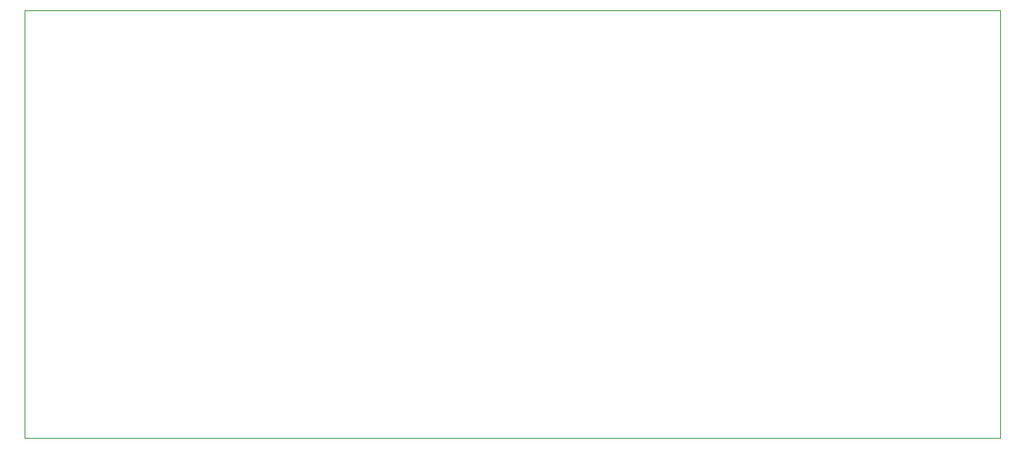
<source format=gko>
G75*
%MOIN*%
%OFA0B0*%
%FSLAX25Y25*%
%IPPOS*%
%LPD*%
%AMOC8*
5,1,8,0,0,1.08239X$1,22.5*
%
%ADD10C,0.00000*%
D10*
X0023919Y0032535D02*
X0023919Y0212535D01*
X0433919Y0212535D01*
X0433919Y0032535D01*
X0023919Y0032535D01*
M02*

</source>
